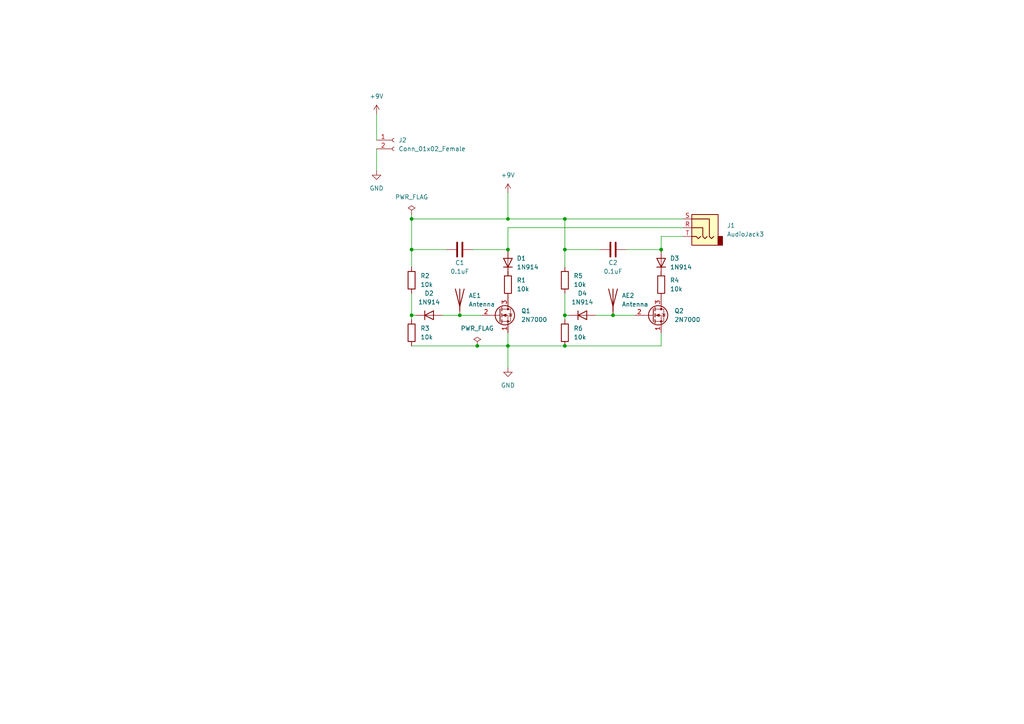
<source format=kicad_sch>
(kicad_sch (version 20211123) (generator eeschema)
  (paper "A4")
  (title_block (title "Electrophone"))
  (lib_symbols
    (symbol "Connector:AudioJack3"
      (property "Reference" "J" (at 0 8.89 0))
      (property "Value" "AudioJack3" (at 0 6.35 0))
      (symbol "AudioJack3_0_1"
        (rectangle (start -5.08 -5.08) (end -6.35 -2.54) (stroke (width 0.254)) (fill (type outline)))
        (polyline (pts (xy 0 -2.54) (xy 0.635 -3.175) (xy 1.27 -2.54) (xy 2.54 -2.54)) (stroke (width 0.254)))
        (polyline (pts (xy -1.905 -2.54) (xy -1.27 -3.175) (xy -0.635 -2.54) (xy -0.635 0) (xy 2.54 0)) (stroke (width 0.254)))
        (polyline (pts (xy 2.54 2.54) (xy -2.54 2.54) (xy -2.54 -2.54) (xy -3.175 -3.175) (xy -3.81 -2.54)) (stroke (width 0.254)))
        (rectangle (start 2.54 3.81) (end -5.08 -5.08) (stroke (width 0.254)) (fill (type background)))
      )
      (symbol "AudioJack3_1_1"
        (pin passive line (at 5.08 0 180) (length 2.54) (name "~") (number "R"))
        (pin passive line (at 5.08 2.54 180) (length 2.54) (name "~") (number "S"))
        (pin passive line (at 5.08 -2.54 180) (length 2.54) (name "~") (number "T"))
      )
    )
    (symbol "Connector:Conn_01x02_Female" (pin_names (offset 1.016) hide)
      (property "Reference" "J" (at 0 2.54 0))
      (property "Value" "Conn_01x02_Female" (at 0 -5.08 0))
      (symbol "Conn_01x02_Female_1_1"
        (arc (start 0 -2.032) (mid -0.508 -2.54) (end 0 -3.048) (stroke (width 0.1524)))
        (polyline (pts (xy -1.27 -2.54) (xy -0.508 -2.54)) (stroke (width 0.1524)))
        (polyline (pts (xy -1.27 0) (xy -0.508 0)) (stroke (width 0.1524)))
        (arc (start 0 0.508) (mid -0.508 0) (end 0 -0.508) (stroke (width 0.1524)))
        (pin passive line (at -5.08 0 0) (length 3.81) (name "Pin_1") (number "1"))
        (pin passive line (at -5.08 -2.54 0) (length 3.81) (name "Pin_2") (number "2"))
      )
    )
    (symbol "Device:Antenna" (pin_numbers hide) (pin_names (offset 1.016) hide)
      (property "Reference" "AE" (at -1.905 1.905 0))
      (property "Value" "Antenna" (at -1.905 0 0))
      (symbol "Antenna_0_1"
        (polyline (pts (xy 0 2.54) (xy 0 -3.81)) (stroke (width 0.254)))
        (polyline (pts (xy 1.27 2.54) (xy 0 -2.54) (xy -1.27 2.54)) (stroke (width 0.254)))
      )
      (symbol "Antenna_1_1"
        (pin input line (at 0 -5.08 90) (length 2.54) (name "A") (number "1"))
      )
    )
    (symbol "Device:C" (pin_numbers hide) (pin_names (offset 0.254))
      (property "Reference" "C" (at 0.635 2.54 0))
      (property "Value" "C" (at 0.635 -2.54 0))
      (symbol "C_0_1"
        (polyline (pts (xy -2.032 -0.762) (xy 2.032 -0.762)) (stroke (width 0.508)))
        (polyline (pts (xy -2.032 0.762) (xy 2.032 0.762)) (stroke (width 0.508)))
      )
      (symbol "C_1_1"
        (pin passive line (at 0 3.81 270) (length 2.794) (name "~") (number "1"))
        (pin passive line (at 0 -3.81 90) (length 2.794) (name "~") (number "2"))
      )
    )
    (symbol "Device:R" (pin_numbers hide) (pin_names (offset 0))
      (property "Reference" "R" (at 2.032 0 90))
      (property "Value" "R" (at 0 0 90))
      (symbol "R_0_1"
        (rectangle (start -1.016 -2.54) (end 1.016 2.54) (stroke (width 0.254)))
      )
      (symbol "R_1_1"
        (pin passive line (at 0 3.81 270) (length 1.27) (name "~") (number "1"))
        (pin passive line (at 0 -3.81 90) (length 1.27) (name "~") (number "2"))
      )
    )
    (symbol "Diode:1N914" (pin_numbers hide) (pin_names (offset 1.016) hide)
      (property "Reference" "D" (at 0 2.54 0))
      (property "Value" "1N914" (at 0 -2.54 0))
      (symbol "1N914_0_1"
        (polyline (pts (xy -1.27 1.27) (xy -1.27 -1.27)) (stroke (width 0.254)))
        (polyline (pts (xy 1.27 0) (xy -1.27 0)))
        (polyline (pts (xy 1.27 1.27) (xy 1.27 -1.27) (xy -1.27 0) (xy 1.27 1.27)) (stroke (width 0.254)))
      )
      (symbol "1N914_1_1"
        (pin passive line (at -3.81 0 0) (length 2.54) (name "K") (number "1"))
        (pin passive line (at 3.81 0 180) (length 2.54) (name "A") (number "2"))
      )
    )
    (symbol "Transistor_FET:2N7000" (pin_names hide)
      (property "Reference" "Q" (at 5.08 1.905 0))
      (property "Value" "2N7000" (at 5.08 0 0))
      (symbol "2N7000_0_1"
        (polyline (pts (xy 0.254 0) (xy -2.54 0)))
        (polyline (pts (xy 0.254 1.905) (xy 0.254 -1.905)) (stroke (width 0.254)))
        (polyline (pts (xy 0.762 -1.27) (xy 0.762 -2.286)) (stroke (width 0.254)))
        (polyline (pts (xy 0.762 0.508) (xy 0.762 -0.508)) (stroke (width 0.254)))
        (polyline (pts (xy 0.762 2.286) (xy 0.762 1.27)) (stroke (width 0.254)))
        (polyline (pts (xy 2.54 2.54) (xy 2.54 1.778)))
        (polyline (pts (xy 2.54 -2.54) (xy 2.54 0) (xy 0.762 0)))
        (polyline (pts (xy 0.762 -1.778) (xy 3.302 -1.778) (xy 3.302 1.778) (xy 0.762 1.778)))
        (polyline (pts (xy 1.016 0) (xy 2.032 0.381) (xy 2.032 -0.381) (xy 1.016 0)) (fill (type outline)))
        (polyline (pts (xy 2.794 0.508) (xy 2.921 0.381) (xy 3.683 0.381) (xy 3.81 0.254)))
        (polyline (pts (xy 3.302 0.381) (xy 2.921 -0.254) (xy 3.683 -0.254) (xy 3.302 0.381)))
        (circle (center 1.651 0) (radius 2.794) (stroke (width 0.254)))
        (circle (center 2.54 -1.778) (radius 0.254) (fill (type outline)))
        (circle (center 2.54 1.778) (radius 0.254) (fill (type outline)))
      )
      (symbol "2N7000_1_1"
        (pin passive line (at 2.54 -5.08 90) (length 2.54) (name "S") (number "1"))
        (pin input line (at -5.08 0 0) (length 2.54) (name "G") (number "2"))
        (pin passive line (at 2.54 5.08 270) (length 2.54) (name "D") (number "3"))
      )
    )
    (symbol "power:+9V" (power) (pin_names (offset 0))
      (property "Value" "+9V" (at 0 3.556 0))
      (symbol "+9V_0_1"
        (polyline (pts (xy -0.762 1.27) (xy 0 2.54)))
        (polyline (pts (xy 0 0) (xy 0 2.54)))
        (polyline (pts (xy 0 2.54) (xy 0.762 1.27)))
      )
      (symbol "+9V_1_1"
        (pin power_in line (at 0 0 90) (length 0) hide (name "+9V") (number "1"))
      )
    )
    (symbol "power:GND" (power) (pin_names (offset 0))
      (property "Value" "GND" (at 0 -3.81 0))
      (symbol "GND_0_1"
        (polyline (pts (xy 0 0) (xy 0 -1.27) (xy 1.27 -1.27) (xy 0 -2.54) (xy -1.27 -1.27) (xy 0 -1.27)))
      )
      (symbol "GND_1_1"
        (pin power_in line (at 0 0 270) (length 0) hide (name "GND") (number "1"))
      )
    )
    (symbol "power:PWR_FLAG" (power) (pin_numbers hide) (pin_names (offset 0) hide)
      (property "Value" "PWR_FLAG" (at 0 3.81 0))
      (symbol "PWR_FLAG_0_0"
        (pin power_out line (at 0 0 90) (length 0) (name "pwr") (number "1"))
      )
      (symbol "PWR_FLAG_0_1"
        (polyline (pts (xy 0 0) (xy 0 1.27) (xy -1.016 1.905) (xy 0 2.54) (xy 1.016 1.905) (xy 0 1.27)))
      )
    )
  )
  (junction (at 147.32 63.5))
  (junction (at 119.38 63.5))
  (junction (at 163.83 63.5))
  (junction (at 138.43 100.33))
  (junction (at 119.38 91.44))
  (junction (at 147.32 100.33))
  (junction (at 163.83 100.33))
  (junction (at 163.83 91.44))
  (junction (at 119.38 72.39))
  (junction (at 163.83 72.39))
  (junction (at 147.32 72.39))
  (junction (at 133.35 91.44))
  (junction (at 191.77 72.39))
  (junction (at 177.8 91.44))
  (wire (pts (xy 119.38 63.5) (xy 119.38 72.39)))
  (wire (pts (xy 163.83 72.39) (xy 173.99 72.39)))
  (wire (pts (xy 181.61 72.39) (xy 191.77 72.39)))
  (wire (pts (xy 191.77 72.39) (xy 191.77 68.58)))
  (wire (pts (xy 163.83 72.39) (xy 163.83 77.47)))
  (wire (pts (xy 119.38 72.39) (xy 119.38 77.47)))
  (wire (pts (xy 128.27 91.44) (xy 133.35 91.44)))
  (wire (pts (xy 138.43 100.33) (xy 147.32 100.33)))
  (wire (pts (xy 163.83 92.71) (xy 163.83 91.44)))
  (wire (pts (xy 191.77 80.01) (xy 191.77 78.74)))
  (wire (pts (xy 119.38 63.5) (xy 147.32 63.5)))
  (wire (pts (xy 165.1 91.44) (xy 163.83 91.44)))
  (wire (pts (xy 137.16 72.39) (xy 147.32 72.39)))
  (wire (pts (xy 119.38 62.23) (xy 119.38 63.5)))
  (wire (pts (xy 147.32 96.52) (xy 147.32 100.33)))
  (wire (pts (xy 163.83 100.33) (xy 191.77 100.33)))
  (wire (pts (xy 120.65 91.44) (xy 119.38 91.44)))
  (wire (pts (xy 163.83 63.5) (xy 163.83 72.39)))
  (wire (pts (xy 191.77 68.58) (xy 198.12 68.58)))
  (wire (pts (xy 172.72 91.44) (xy 177.8 91.44)))
  (wire (pts (xy 147.32 80.01) (xy 147.32 78.74)))
  (wire (pts (xy 147.32 72.39) (xy 147.32 66.04)))
  (wire (pts (xy 163.83 63.5) (xy 198.12 63.5)))
  (wire (pts (xy 147.32 63.5) (xy 163.83 63.5)))
  (wire (pts (xy 177.8 91.44) (xy 184.15 91.44)))
  (wire (pts (xy 109.22 43.18) (xy 109.22 49.53)))
  (wire (pts (xy 147.32 100.33) (xy 147.32 106.68)))
  (wire (pts (xy 129.54 72.39) (xy 119.38 72.39)))
  (wire (pts (xy 109.22 33.02) (xy 109.22 40.64)))
  (wire (pts (xy 133.35 91.44) (xy 139.7 91.44)))
  (wire (pts (xy 147.32 55.88) (xy 147.32 63.5)))
  (wire (pts (xy 119.38 91.44) (xy 119.38 85.09)))
  (wire (pts (xy 119.38 100.33) (xy 138.43 100.33)))
  (wire (pts (xy 147.32 66.04) (xy 198.12 66.04)))
  (wire (pts (xy 119.38 92.71) (xy 119.38 91.44)))
  (wire (pts (xy 147.32 100.33) (xy 163.83 100.33)))
  (wire (pts (xy 163.83 91.44) (xy 163.83 85.09)))
  (wire (pts (xy 191.77 96.52) (xy 191.77 100.33)))
  (symbol (lib_id "Diode:1N914") (at 124.46 91.44 0) (unit 1)
    (property "Reference" "D2" (at 124.46 85.09 0))
    (property "Value" "1N914" (at 124.46 87.63 0))
    (property "Footprint" "Diode_THT:D_DO-35_SOD27_P7.62mm_Horizontal" (effects hide))
    (property "Datasheet" "http://www.vishay.com/docs/85622/1n914.pdf" (effects hide))
  )
  (symbol (lib_id "Device:R") (at 163.83 81.28 0) (unit 1)
    (property "Reference" "R5" (at 166.37 80.0099 0) (effects (justify left)))
    (property "Value" "10k" (at 166.37 82.5499 0) (effects (justify left)))
    (property "Footprint" "Resistor_THT:R_Axial_DIN0207_L6.3mm_D2.5mm_P10.16mm_Horizontal" (effects hide))
  )
  (symbol (lib_id "Device:Antenna") (at 133.35 86.36 0) (unit 1)
    (property "Reference" "AE1" (at 135.89 85.7249 0) (effects (justify left)))
    (property "Value" "Antenna" (at 135.89 88.2649 0) (effects (justify left)))
    (property "Footprint" "Connector:Banana_Jack_1Pin" (effects hide))
  )
  (symbol (lib_id "Device:R") (at 191.77 82.55 0) (unit 1)
    (property "Reference" "R4" (at 194.31 81.2799 0) (effects (justify left)))
    (property "Value" "10k" (at 194.31 83.8199 0) (effects (justify left)))
    (property "Footprint" "Resistor_THT:R_Axial_DIN0207_L6.3mm_D2.5mm_P10.16mm_Horizontal" (effects hide))
  )
  (symbol (lib_id "Device:R") (at 147.32 82.55 0) (unit 1)
    (property "Reference" "R1" (at 149.86 81.2799 0) (effects (justify left)))
    (property "Value" "10k" (at 149.86 83.8199 0) (effects (justify left)))
    (property "Footprint" "Resistor_THT:R_Axial_DIN0207_L6.3mm_D2.5mm_P10.16mm_Horizontal" (effects hide))
  )
  (symbol (lib_id "power:PWR_FLAG") (at 119.38 62.23 0) (unit 1)
    (property "Reference" "#FLG0101" (effects hide))
    (property "Value" "PWR_FLAG" (at 119.38 57.15 0))
  )
  (symbol (lib_id "Transistor_FET:2N7000") (at 189.23 91.44 0) (unit 1)
    (property "Reference" "Q2" (at 195.58 90.1699 0) (effects (justify left)))
    (property "Value" "2N7000" (at 195.58 92.7099 0) (effects (justify left)))
    (property "Footprint" "Package_TO_SOT_THT:TO-92_Inline" (effects hide))
    (property "Datasheet" "https://www.vishay.com/docs/70226/70226.pdf" (effects hide))
  )
  (symbol (lib_id "power:+9V") (at 109.22 33.02 0) (unit 1)
    (property "Reference" "#PWR0101" (effects hide))
    (property "Value" "+9V" (at 109.22 27.94 0))
  )
  (symbol (lib_id "Connector:AudioJack3") (at 203.2 66.04 0) (mirror y) (unit 1)
    (property "Reference" "J1" (at 210.82 65.4049 0) (effects (justify right)))
    (property "Value" "AudioJack3" (at 210.82 67.9449 0) (effects (justify right)))
    (property "Footprint" "Connector_Audio:Jack_3.5mm_Lumberg_1503_07_Horizontal" (effects hide))
  )
  (symbol (lib_id "Transistor_FET:2N7000") (at 144.78 91.44 0) (unit 1)
    (property "Reference" "Q1" (at 151.13 90.1699 0) (effects (justify left)))
    (property "Value" "2N7000" (at 151.13 92.7099 0) (effects (justify left)))
    (property "Footprint" "Package_TO_SOT_THT:TO-92_Inline" (effects hide))
    (property "Datasheet" "https://www.vishay.com/docs/70226/70226.pdf" (effects hide))
  )
  (symbol (lib_id "Device:Antenna") (at 177.8 86.36 0) (unit 1)
    (property "Reference" "AE2" (at 180.34 85.7249 0) (effects (justify left)))
    (property "Value" "Antenna" (at 180.34 88.2649 0) (effects (justify left)))
    (property "Footprint" "Connector:Banana_Jack_1Pin" (effects hide))
  )
  (symbol (lib_id "Diode:1N914") (at 168.91 91.44 0) (unit 1)
    (property "Reference" "D4" (at 168.91 85.09 0))
    (property "Value" "1N914" (at 168.91 87.63 0))
    (property "Footprint" "Diode_THT:D_DO-35_SOD27_P7.62mm_Horizontal" (effects hide))
    (property "Datasheet" "http://www.vishay.com/docs/85622/1n914.pdf" (effects hide))
  )
  (symbol (lib_id "Device:R") (at 163.83 96.52 0) (unit 1)
    (property "Reference" "R6" (at 166.37 95.2499 0) (effects (justify left)))
    (property "Value" "10k" (at 166.37 97.7899 0) (effects (justify left)))
    (property "Footprint" "Resistor_THT:R_Axial_DIN0207_L6.3mm_D2.5mm_P10.16mm_Horizontal" (effects hide))
  )
  (symbol (lib_id "Device:C") (at 177.8 72.39 90) (unit 1)
    (property "Reference" "C2" (at 177.8 76.2 90))
    (property "Value" "0.1uF" (at 177.8 78.74 90))
    (property "Footprint" "Capacitor_THT:C_Disc_D7.5mm_W2.5mm_P5.00mm" (effects hide))
  )
  (symbol (lib_id "power:GND") (at 147.32 106.68 0) (unit 1)
    (property "Reference" "#PWR02" (effects hide))
    (property "Value" "GND" (at 147.32 111.76 0))
  )
  (symbol (lib_id "Device:R") (at 119.38 81.28 0) (unit 1)
    (property "Reference" "R2" (at 121.92 80.0099 0) (effects (justify left)))
    (property "Value" "10k" (at 121.92 82.5499 0) (effects (justify left)))
    (property "Footprint" "Resistor_THT:R_Axial_DIN0207_L6.3mm_D2.5mm_P10.16mm_Horizontal" (effects hide))
  )
  (symbol (lib_id "Connector:Conn_01x02_Female") (at 114.3 40.64 0) (unit 1)
    (property "Reference" "J2" (at 115.57 40.6399 0) (effects (justify left)))
    (property "Value" "Conn_01x02_Female" (at 115.57 43.1799 0) (effects (justify left)))
    (property "Footprint" "Connector_Wire:SolderWire-0.75sqmm_1x02_P4.8mm_D1.25mm_OD2.3mm_Relief2x" (effects hide))
  )
  (symbol (lib_id "power:GND") (at 109.22 49.53 0) (unit 1)
    (property "Reference" "#PWR0102" (effects hide))
    (property "Value" "GND" (at 109.22 54.61 0))
  )
  (symbol (lib_id "Device:C") (at 133.35 72.39 90) (unit 1)
    (property "Reference" "C1" (at 133.35 76.2 90))
    (property "Value" "0.1uF" (at 133.35 78.74 90))
    (property "Footprint" "Capacitor_THT:C_Disc_D7.5mm_W2.5mm_P5.00mm" (effects hide))
  )
  (symbol (lib_id "Diode:1N914") (at 147.32 76.2 90) (unit 1)
    (property "Reference" "D1" (at 149.86 74.9299 90) (effects (justify right)))
    (property "Value" "1N914" (at 149.86 77.4699 90) (effects (justify right)))
    (property "Footprint" "Diode_THT:D_DO-35_SOD27_P7.62mm_Horizontal" (effects hide))
    (property "Datasheet" "http://www.vishay.com/docs/85622/1n914.pdf" (effects hide))
  )
  (symbol (lib_id "Device:R") (at 119.38 96.52 0) (unit 1)
    (property "Reference" "R3" (at 121.92 95.2499 0) (effects (justify left)))
    (property "Value" "10k" (at 121.92 97.7899 0) (effects (justify left)))
    (property "Footprint" "Resistor_THT:R_Axial_DIN0207_L6.3mm_D2.5mm_P10.16mm_Horizontal" (effects hide))
  )
  (symbol (lib_id "Diode:1N914") (at 191.77 76.2 90) (unit 1)
    (property "Reference" "D3" (at 194.31 74.9299 90) (effects (justify right)))
    (property "Value" "1N914" (at 194.31 77.4699 90) (effects (justify right)))
    (property "Footprint" "Diode_THT:D_DO-35_SOD27_P7.62mm_Horizontal" (effects hide))
    (property "Datasheet" "http://www.vishay.com/docs/85622/1n914.pdf" (effects hide))
  )
  (symbol (lib_id "power:PWR_FLAG") (at 138.43 100.33 0) (unit 1)
    (property "Reference" "#FLG0102" (effects hide))
    (property "Value" "PWR_FLAG" (at 138.43 95.25 0))
  )
  (symbol (lib_id "power:+9V") (at 147.32 55.88 0) (unit 1)
    (property "Reference" "#PWR01" (effects hide))
    (property "Value" "+9V" (at 147.32 50.8 0))
  )
)
</source>
